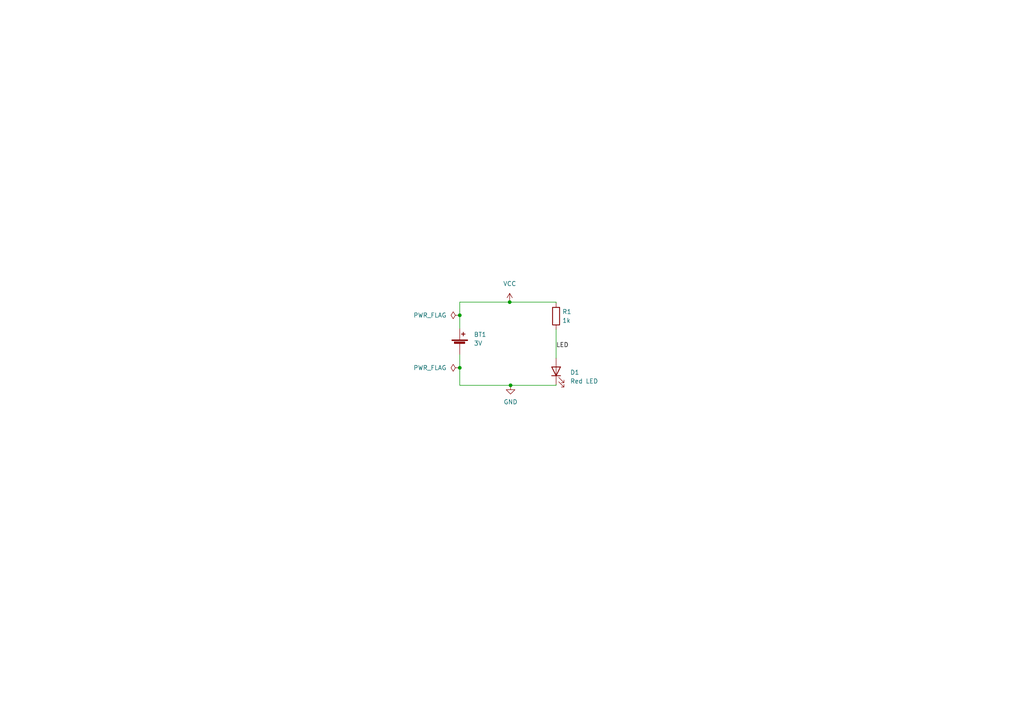
<source format=kicad_sch>
(kicad_sch (version 20211123) (generator eeschema)

  (uuid 150b041f-01af-4415-8307-19810ae79686)

  (paper "A4")

  (title_block
    (title "uinio")
    (date "2022-05-23")
    (rev "Hank")
    (company "www.uinio.com")
  )

  (lib_symbols
    (symbol "Device:Battery_Cell" (pin_numbers hide) (pin_names (offset 0) hide) (in_bom yes) (on_board yes)
      (property "Reference" "BT" (id 0) (at 2.54 2.54 0)
        (effects (font (size 1.27 1.27)) (justify left))
      )
      (property "Value" "Battery_Cell" (id 1) (at 2.54 0 0)
        (effects (font (size 1.27 1.27)) (justify left))
      )
      (property "Footprint" "" (id 2) (at 0 1.524 90)
        (effects (font (size 1.27 1.27)) hide)
      )
      (property "Datasheet" "~" (id 3) (at 0 1.524 90)
        (effects (font (size 1.27 1.27)) hide)
      )
      (property "ki_keywords" "battery cell" (id 4) (at 0 0 0)
        (effects (font (size 1.27 1.27)) hide)
      )
      (property "ki_description" "Single-cell battery" (id 5) (at 0 0 0)
        (effects (font (size 1.27 1.27)) hide)
      )
      (symbol "Battery_Cell_0_1"
        (rectangle (start -2.286 1.778) (end 2.286 1.524)
          (stroke (width 0) (type default) (color 0 0 0 0))
          (fill (type outline))
        )
        (rectangle (start -1.5748 1.1938) (end 1.4732 0.6858)
          (stroke (width 0) (type default) (color 0 0 0 0))
          (fill (type outline))
        )
        (polyline
          (pts
            (xy 0 0.762)
            (xy 0 0)
          )
          (stroke (width 0) (type default) (color 0 0 0 0))
          (fill (type none))
        )
        (polyline
          (pts
            (xy 0 1.778)
            (xy 0 2.54)
          )
          (stroke (width 0) (type default) (color 0 0 0 0))
          (fill (type none))
        )
        (polyline
          (pts
            (xy 0.508 3.429)
            (xy 1.524 3.429)
          )
          (stroke (width 0.254) (type default) (color 0 0 0 0))
          (fill (type none))
        )
        (polyline
          (pts
            (xy 1.016 3.937)
            (xy 1.016 2.921)
          )
          (stroke (width 0.254) (type default) (color 0 0 0 0))
          (fill (type none))
        )
      )
      (symbol "Battery_Cell_1_1"
        (pin passive line (at 0 5.08 270) (length 2.54)
          (name "+" (effects (font (size 1.27 1.27))))
          (number "1" (effects (font (size 1.27 1.27))))
        )
        (pin passive line (at 0 -2.54 90) (length 2.54)
          (name "-" (effects (font (size 1.27 1.27))))
          (number "2" (effects (font (size 1.27 1.27))))
        )
      )
    )
    (symbol "Device:LED" (pin_numbers hide) (pin_names (offset 1.016) hide) (in_bom yes) (on_board yes)
      (property "Reference" "D" (id 0) (at 0 2.54 0)
        (effects (font (size 1.27 1.27)))
      )
      (property "Value" "LED" (id 1) (at 0 -2.54 0)
        (effects (font (size 1.27 1.27)))
      )
      (property "Footprint" "" (id 2) (at 0 0 0)
        (effects (font (size 1.27 1.27)) hide)
      )
      (property "Datasheet" "~" (id 3) (at 0 0 0)
        (effects (font (size 1.27 1.27)) hide)
      )
      (property "ki_keywords" "LED diode" (id 4) (at 0 0 0)
        (effects (font (size 1.27 1.27)) hide)
      )
      (property "ki_description" "Light emitting diode" (id 5) (at 0 0 0)
        (effects (font (size 1.27 1.27)) hide)
      )
      (property "ki_fp_filters" "LED* LED_SMD:* LED_THT:*" (id 6) (at 0 0 0)
        (effects (font (size 1.27 1.27)) hide)
      )
      (symbol "LED_0_1"
        (polyline
          (pts
            (xy -1.27 -1.27)
            (xy -1.27 1.27)
          )
          (stroke (width 0.254) (type default) (color 0 0 0 0))
          (fill (type none))
        )
        (polyline
          (pts
            (xy -1.27 0)
            (xy 1.27 0)
          )
          (stroke (width 0) (type default) (color 0 0 0 0))
          (fill (type none))
        )
        (polyline
          (pts
            (xy 1.27 -1.27)
            (xy 1.27 1.27)
            (xy -1.27 0)
            (xy 1.27 -1.27)
          )
          (stroke (width 0.254) (type default) (color 0 0 0 0))
          (fill (type none))
        )
        (polyline
          (pts
            (xy -3.048 -0.762)
            (xy -4.572 -2.286)
            (xy -3.81 -2.286)
            (xy -4.572 -2.286)
            (xy -4.572 -1.524)
          )
          (stroke (width 0) (type default) (color 0 0 0 0))
          (fill (type none))
        )
        (polyline
          (pts
            (xy -1.778 -0.762)
            (xy -3.302 -2.286)
            (xy -2.54 -2.286)
            (xy -3.302 -2.286)
            (xy -3.302 -1.524)
          )
          (stroke (width 0) (type default) (color 0 0 0 0))
          (fill (type none))
        )
      )
      (symbol "LED_1_1"
        (pin passive line (at -3.81 0 0) (length 2.54)
          (name "K" (effects (font (size 1.27 1.27))))
          (number "1" (effects (font (size 1.27 1.27))))
        )
        (pin passive line (at 3.81 0 180) (length 2.54)
          (name "A" (effects (font (size 1.27 1.27))))
          (number "2" (effects (font (size 1.27 1.27))))
        )
      )
    )
    (symbol "Device:R" (pin_numbers hide) (pin_names (offset 0)) (in_bom yes) (on_board yes)
      (property "Reference" "R" (id 0) (at 2.032 0 90)
        (effects (font (size 1.27 1.27)))
      )
      (property "Value" "R" (id 1) (at 0 0 90)
        (effects (font (size 1.27 1.27)))
      )
      (property "Footprint" "" (id 2) (at -1.778 0 90)
        (effects (font (size 1.27 1.27)) hide)
      )
      (property "Datasheet" "~" (id 3) (at 0 0 0)
        (effects (font (size 1.27 1.27)) hide)
      )
      (property "ki_keywords" "R res resistor" (id 4) (at 0 0 0)
        (effects (font (size 1.27 1.27)) hide)
      )
      (property "ki_description" "Resistor" (id 5) (at 0 0 0)
        (effects (font (size 1.27 1.27)) hide)
      )
      (property "ki_fp_filters" "R_*" (id 6) (at 0 0 0)
        (effects (font (size 1.27 1.27)) hide)
      )
      (symbol "R_0_1"
        (rectangle (start -1.016 -2.54) (end 1.016 2.54)
          (stroke (width 0.254) (type default) (color 0 0 0 0))
          (fill (type none))
        )
      )
      (symbol "R_1_1"
        (pin passive line (at 0 3.81 270) (length 1.27)
          (name "~" (effects (font (size 1.27 1.27))))
          (number "1" (effects (font (size 1.27 1.27))))
        )
        (pin passive line (at 0 -3.81 90) (length 1.27)
          (name "~" (effects (font (size 1.27 1.27))))
          (number "2" (effects (font (size 1.27 1.27))))
        )
      )
    )
    (symbol "power:GND" (power) (pin_names (offset 0)) (in_bom yes) (on_board yes)
      (property "Reference" "#PWR" (id 0) (at 0 -6.35 0)
        (effects (font (size 1.27 1.27)) hide)
      )
      (property "Value" "GND" (id 1) (at 0 -3.81 0)
        (effects (font (size 1.27 1.27)))
      )
      (property "Footprint" "" (id 2) (at 0 0 0)
        (effects (font (size 1.27 1.27)) hide)
      )
      (property "Datasheet" "" (id 3) (at 0 0 0)
        (effects (font (size 1.27 1.27)) hide)
      )
      (property "ki_keywords" "power-flag" (id 4) (at 0 0 0)
        (effects (font (size 1.27 1.27)) hide)
      )
      (property "ki_description" "Power symbol creates a global label with name \"GND\" , ground" (id 5) (at 0 0 0)
        (effects (font (size 1.27 1.27)) hide)
      )
      (symbol "GND_0_1"
        (polyline
          (pts
            (xy 0 0)
            (xy 0 -1.27)
            (xy 1.27 -1.27)
            (xy 0 -2.54)
            (xy -1.27 -1.27)
            (xy 0 -1.27)
          )
          (stroke (width 0) (type default) (color 0 0 0 0))
          (fill (type none))
        )
      )
      (symbol "GND_1_1"
        (pin power_in line (at 0 0 270) (length 0) hide
          (name "GND" (effects (font (size 1.27 1.27))))
          (number "1" (effects (font (size 1.27 1.27))))
        )
      )
    )
    (symbol "power:PWR_FLAG" (power) (pin_numbers hide) (pin_names (offset 0) hide) (in_bom yes) (on_board yes)
      (property "Reference" "#FLG" (id 0) (at 0 1.905 0)
        (effects (font (size 1.27 1.27)) hide)
      )
      (property "Value" "PWR_FLAG" (id 1) (at 0 3.81 0)
        (effects (font (size 1.27 1.27)))
      )
      (property "Footprint" "" (id 2) (at 0 0 0)
        (effects (font (size 1.27 1.27)) hide)
      )
      (property "Datasheet" "~" (id 3) (at 0 0 0)
        (effects (font (size 1.27 1.27)) hide)
      )
      (property "ki_keywords" "power-flag" (id 4) (at 0 0 0)
        (effects (font (size 1.27 1.27)) hide)
      )
      (property "ki_description" "Special symbol for telling ERC where power comes from" (id 5) (at 0 0 0)
        (effects (font (size 1.27 1.27)) hide)
      )
      (symbol "PWR_FLAG_0_0"
        (pin power_out line (at 0 0 90) (length 0)
          (name "pwr" (effects (font (size 1.27 1.27))))
          (number "1" (effects (font (size 1.27 1.27))))
        )
      )
      (symbol "PWR_FLAG_0_1"
        (polyline
          (pts
            (xy 0 0)
            (xy 0 1.27)
            (xy -1.016 1.905)
            (xy 0 2.54)
            (xy 1.016 1.905)
            (xy 0 1.27)
          )
          (stroke (width 0) (type default) (color 0 0 0 0))
          (fill (type none))
        )
      )
    )
    (symbol "power:VCC" (power) (pin_names (offset 0)) (in_bom yes) (on_board yes)
      (property "Reference" "#PWR" (id 0) (at 0 -3.81 0)
        (effects (font (size 1.27 1.27)) hide)
      )
      (property "Value" "VCC" (id 1) (at 0 3.81 0)
        (effects (font (size 1.27 1.27)))
      )
      (property "Footprint" "" (id 2) (at 0 0 0)
        (effects (font (size 1.27 1.27)) hide)
      )
      (property "Datasheet" "" (id 3) (at 0 0 0)
        (effects (font (size 1.27 1.27)) hide)
      )
      (property "ki_keywords" "power-flag" (id 4) (at 0 0 0)
        (effects (font (size 1.27 1.27)) hide)
      )
      (property "ki_description" "Power symbol creates a global label with name \"VCC\"" (id 5) (at 0 0 0)
        (effects (font (size 1.27 1.27)) hide)
      )
      (symbol "VCC_0_1"
        (polyline
          (pts
            (xy -0.762 1.27)
            (xy 0 2.54)
          )
          (stroke (width 0) (type default) (color 0 0 0 0))
          (fill (type none))
        )
        (polyline
          (pts
            (xy 0 0)
            (xy 0 2.54)
          )
          (stroke (width 0) (type default) (color 0 0 0 0))
          (fill (type none))
        )
        (polyline
          (pts
            (xy 0 2.54)
            (xy 0.762 1.27)
          )
          (stroke (width 0) (type default) (color 0 0 0 0))
          (fill (type none))
        )
      )
      (symbol "VCC_1_1"
        (pin power_in line (at 0 0 90) (length 0) hide
          (name "VCC" (effects (font (size 1.27 1.27))))
          (number "1" (effects (font (size 1.27 1.27))))
        )
      )
    )
  )

  (junction (at 148.082 111.76) (diameter 0) (color 0 0 0 0)
    (uuid 3551746a-ab8b-4b0a-bebf-157078156650)
  )
  (junction (at 147.828 87.63) (diameter 0) (color 0 0 0 0)
    (uuid 604098e9-5c1f-4c8e-92df-336d15975845)
  )
  (junction (at 133.35 91.44) (diameter 0) (color 0 0 0 0)
    (uuid 933101a4-8d41-453f-aa10-d7256f1ca269)
  )
  (junction (at 133.35 106.68) (diameter 0) (color 0 0 0 0)
    (uuid de98a971-cd6f-4e0c-ba0a-1c7390fff265)
  )

  (wire (pts (xy 133.35 91.44) (xy 133.35 95.25))
    (stroke (width 0) (type default) (color 0 0 0 0))
    (uuid 00334b33-2387-4b1a-b7fd-6e063be71c22)
  )
  (wire (pts (xy 133.35 102.87) (xy 133.35 106.68))
    (stroke (width 0) (type default) (color 0 0 0 0))
    (uuid 17607a8f-d383-4fd7-9bb1-3fe0a6f9aef1)
  )
  (wire (pts (xy 161.29 87.63) (xy 147.828 87.63))
    (stroke (width 0) (type default) (color 0 0 0 0))
    (uuid 3a5cbd1a-7e2c-49ce-9714-2938898ba366)
  )
  (wire (pts (xy 161.29 103.886) (xy 161.29 95.504))
    (stroke (width 0) (type default) (color 0 0 0 0))
    (uuid 4d32355e-6c17-4ac3-bad7-b1039dfd3dbc)
  )
  (wire (pts (xy 161.29 87.884) (xy 161.29 87.63))
    (stroke (width 0) (type default) (color 0 0 0 0))
    (uuid 4f80157c-2ff9-4167-8b64-56b1f57bc549)
  )
  (wire (pts (xy 133.35 106.68) (xy 133.35 111.76))
    (stroke (width 0) (type default) (color 0 0 0 0))
    (uuid 64c8a6d7-a0f1-4ecb-b487-412fa045cf4e)
  )
  (wire (pts (xy 148.082 111.76) (xy 161.29 111.76))
    (stroke (width 0) (type default) (color 0 0 0 0))
    (uuid 899db193-bd84-41fe-bd7a-d20da0ad6da8)
  )
  (wire (pts (xy 133.35 111.76) (xy 148.082 111.76))
    (stroke (width 0) (type default) (color 0 0 0 0))
    (uuid 89f4757a-07e1-4baf-98b0-5d97db374bdc)
  )
  (wire (pts (xy 133.35 87.63) (xy 147.828 87.63))
    (stroke (width 0) (type default) (color 0 0 0 0))
    (uuid a6b88014-de0f-481d-9fe9-191cf6407094)
  )
  (wire (pts (xy 161.29 111.76) (xy 161.29 111.506))
    (stroke (width 0) (type default) (color 0 0 0 0))
    (uuid c23a2f25-bc0a-4e83-b01c-14624ec48596)
  )
  (wire (pts (xy 133.35 87.63) (xy 133.35 91.44))
    (stroke (width 0) (type default) (color 0 0 0 0))
    (uuid e33d7bb5-9db3-4058-bf88-3c81ac5f1303)
  )

  (label "LED" (at 161.29 101.092 0)
    (effects (font (size 1.27 1.27)) (justify left bottom))
    (uuid 78459e1d-96c9-4b08-8d70-e0e23eb64e93)
  )

  (symbol (lib_id "power:VCC") (at 147.828 87.63 0) (unit 1)
    (in_bom yes) (on_board yes) (fields_autoplaced)
    (uuid 1c74101f-b70f-4908-bc34-adb81cf90ef4)
    (property "Reference" "#PWR01" (id 0) (at 147.828 91.44 0)
      (effects (font (size 1.27 1.27)) hide)
    )
    (property "Value" "VCC" (id 1) (at 147.828 82.296 0))
    (property "Footprint" "" (id 2) (at 147.828 87.63 0)
      (effects (font (size 1.27 1.27)) hide)
    )
    (property "Datasheet" "" (id 3) (at 147.828 87.63 0)
      (effects (font (size 1.27 1.27)) hide)
    )
    (pin "1" (uuid fe4de9ba-8169-43fc-8c53-d99f748570dc))
  )

  (symbol (lib_id "power:PWR_FLAG") (at 133.35 106.68 90) (unit 1)
    (in_bom yes) (on_board yes) (fields_autoplaced)
    (uuid 5976f603-49ad-418d-9c73-fa79e2fa73f5)
    (property "Reference" "#FLG02" (id 0) (at 131.445 106.68 0)
      (effects (font (size 1.27 1.27)) hide)
    )
    (property "Value" "PWR_FLAG" (id 1) (at 129.54 106.6799 90)
      (effects (font (size 1.27 1.27)) (justify left))
    )
    (property "Footprint" "" (id 2) (at 133.35 106.68 0)
      (effects (font (size 1.27 1.27)) hide)
    )
    (property "Datasheet" "~" (id 3) (at 133.35 106.68 0)
      (effects (font (size 1.27 1.27)) hide)
    )
    (pin "1" (uuid 19cc85b3-a862-4173-81d7-fe958abd9532))
  )

  (symbol (lib_id "Device:LED") (at 161.29 107.696 90) (unit 1)
    (in_bom yes) (on_board yes) (fields_autoplaced)
    (uuid 6fab19ad-b9e5-48d2-a741-0153885f1a56)
    (property "Reference" "D1" (id 0) (at 165.354 108.0134 90)
      (effects (font (size 1.27 1.27)) (justify right))
    )
    (property "Value" "Red LED" (id 1) (at 165.354 110.5534 90)
      (effects (font (size 1.27 1.27)) (justify right))
    )
    (property "Footprint" "LED_THT:LED_D5.0mm" (id 2) (at 161.29 107.696 0)
      (effects (font (size 1.27 1.27)) hide)
    )
    (property "Datasheet" "~" (id 3) (at 161.29 107.696 0)
      (effects (font (size 1.27 1.27)) hide)
    )
    (pin "1" (uuid a5d0f295-7e9a-48a1-8061-ca2c37898608))
    (pin "2" (uuid a6b8e0b3-103b-4e5f-9726-8e38e1fb9b94))
  )

  (symbol (lib_id "Device:Battery_Cell") (at 133.35 100.33 0) (unit 1)
    (in_bom yes) (on_board yes) (fields_autoplaced)
    (uuid 92906b43-61a6-460a-8de1-c0ee2ea154de)
    (property "Reference" "BT1" (id 0) (at 137.414 97.0279 0)
      (effects (font (size 1.27 1.27)) (justify left))
    )
    (property "Value" "3V" (id 1) (at 137.414 99.5679 0)
      (effects (font (size 1.27 1.27)) (justify left))
    )
    (property "Footprint" "Battery:BatteryHolder_Keystone_1058_1x2032" (id 2) (at 133.35 98.806 90)
      (effects (font (size 1.27 1.27)) hide)
    )
    (property "Datasheet" "~" (id 3) (at 133.35 98.806 90)
      (effects (font (size 1.27 1.27)) hide)
    )
    (pin "1" (uuid ad7998b9-8c85-4470-90c5-d82f99f7cbe4))
    (pin "2" (uuid d4d3f455-149b-4e91-b34f-5ff2d156b9ad))
  )

  (symbol (lib_id "power:GND") (at 148.082 111.76 0) (unit 1)
    (in_bom yes) (on_board yes) (fields_autoplaced)
    (uuid 95a47564-658d-45e8-a874-afff70429b55)
    (property "Reference" "#PWR02" (id 0) (at 148.082 118.11 0)
      (effects (font (size 1.27 1.27)) hide)
    )
    (property "Value" "GND" (id 1) (at 148.082 116.586 0))
    (property "Footprint" "" (id 2) (at 148.082 111.76 0)
      (effects (font (size 1.27 1.27)) hide)
    )
    (property "Datasheet" "" (id 3) (at 148.082 111.76 0)
      (effects (font (size 1.27 1.27)) hide)
    )
    (pin "1" (uuid f0b6b266-c23f-4b5e-b0e6-488670b9c7fe))
  )

  (symbol (lib_id "Device:R") (at 161.29 91.694 180) (unit 1)
    (in_bom yes) (on_board yes) (fields_autoplaced)
    (uuid a9dcc1e4-ebc0-48b5-b44e-e68d9f752203)
    (property "Reference" "R1" (id 0) (at 163.068 90.4239 0)
      (effects (font (size 1.27 1.27)) (justify right))
    )
    (property "Value" "1k" (id 1) (at 163.068 92.9639 0)
      (effects (font (size 1.27 1.27)) (justify right))
    )
    (property "Footprint" "Resistor_THT:R_Axial_DIN0309_L9.0mm_D3.2mm_P12.70mm_Horizontal" (id 2) (at 163.068 91.694 90)
      (effects (font (size 1.27 1.27)) hide)
    )
    (property "Datasheet" "~" (id 3) (at 161.29 91.694 0)
      (effects (font (size 1.27 1.27)) hide)
    )
    (pin "1" (uuid 133a8d4c-bfc9-4504-965f-8a4f316ee1af))
    (pin "2" (uuid 96f80e4c-8a3d-4ad9-b190-13477a260f04))
  )

  (symbol (lib_id "power:PWR_FLAG") (at 133.35 91.44 90) (unit 1)
    (in_bom yes) (on_board yes) (fields_autoplaced)
    (uuid b430a415-e56f-4c81-9795-9c61760b9000)
    (property "Reference" "#FLG01" (id 0) (at 131.445 91.44 0)
      (effects (font (size 1.27 1.27)) hide)
    )
    (property "Value" "PWR_FLAG" (id 1) (at 129.54 91.4399 90)
      (effects (font (size 1.27 1.27)) (justify left))
    )
    (property "Footprint" "" (id 2) (at 133.35 91.44 0)
      (effects (font (size 1.27 1.27)) hide)
    )
    (property "Datasheet" "~" (id 3) (at 133.35 91.44 0)
      (effects (font (size 1.27 1.27)) hide)
    )
    (pin "1" (uuid 47ab7c0b-a94c-42b8-b1f3-d0ba2d454ba4))
  )

  (sheet_instances
    (path "/" (page "1"))
  )

  (symbol_instances
    (path "/b430a415-e56f-4c81-9795-9c61760b9000"
      (reference "#FLG01") (unit 1) (value "PWR_FLAG") (footprint "")
    )
    (path "/5976f603-49ad-418d-9c73-fa79e2fa73f5"
      (reference "#FLG02") (unit 1) (value "PWR_FLAG") (footprint "")
    )
    (path "/1c74101f-b70f-4908-bc34-adb81cf90ef4"
      (reference "#PWR01") (unit 1) (value "VCC") (footprint "")
    )
    (path "/95a47564-658d-45e8-a874-afff70429b55"
      (reference "#PWR02") (unit 1) (value "GND") (footprint "")
    )
    (path "/92906b43-61a6-460a-8de1-c0ee2ea154de"
      (reference "BT1") (unit 1) (value "3V") (footprint "Battery:BatteryHolder_Keystone_1058_1x2032")
    )
    (path "/6fab19ad-b9e5-48d2-a741-0153885f1a56"
      (reference "D1") (unit 1) (value "Red LED") (footprint "LED_THT:LED_D5.0mm")
    )
    (path "/a9dcc1e4-ebc0-48b5-b44e-e68d9f752203"
      (reference "R1") (unit 1) (value "1k") (footprint "Resistor_THT:R_Axial_DIN0309_L9.0mm_D3.2mm_P12.70mm_Horizontal")
    )
  )
)

</source>
